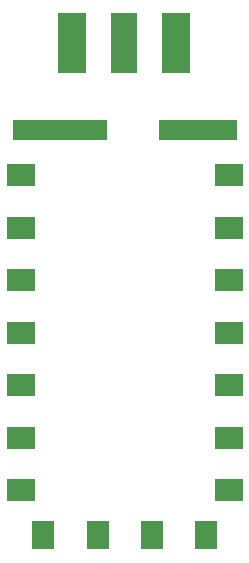
<source format=gbr>
%TF.GenerationSoftware,KiCad,Pcbnew,7.0.7*%
%TF.CreationDate,2023-09-17T23:45:05-06:00*%
%TF.ProjectId,dra818-breakout,64726138-3138-42d6-9272-65616b6f7574,1*%
%TF.SameCoordinates,Original*%
%TF.FileFunction,Paste,Top*%
%TF.FilePolarity,Positive*%
%FSLAX46Y46*%
G04 Gerber Fmt 4.6, Leading zero omitted, Abs format (unit mm)*
G04 Created by KiCad (PCBNEW 7.0.7) date 2023-09-17 23:45:05*
%MOMM*%
%LPD*%
G01*
G04 APERTURE LIST*
%ADD10R,2.470000X1.880000*%
%ADD11R,1.880000X2.470000*%
%ADD12R,6.600000X1.800000*%
%ADD13R,8.000000X1.800000*%
%ADD14R,2.290000X5.080000*%
%ADD15R,2.420000X5.080000*%
G04 APERTURE END LIST*
D10*
%TO.C,U1*%
X160020000Y-79980000D03*
X160020000Y-84430000D03*
X160020000Y-88880000D03*
X160020000Y-93330000D03*
X160020000Y-97780000D03*
X160020000Y-102230000D03*
X160020000Y-106680000D03*
D11*
X158095000Y-110455000D03*
X153495000Y-110455000D03*
X148895000Y-110455000D03*
X144295000Y-110455000D03*
D10*
X142370000Y-106680000D03*
X142370000Y-102230000D03*
X142370000Y-97780000D03*
X142370000Y-93330000D03*
X142370000Y-88880000D03*
X142370000Y-84430000D03*
X142370000Y-79980000D03*
D12*
X157395000Y-76205000D03*
D13*
X145695000Y-76205000D03*
%TD*%
D14*
%TO.C,AE1*%
X151130000Y-68840000D03*
D15*
X155510000Y-68840000D03*
X146750000Y-68840000D03*
%TD*%
M02*

</source>
